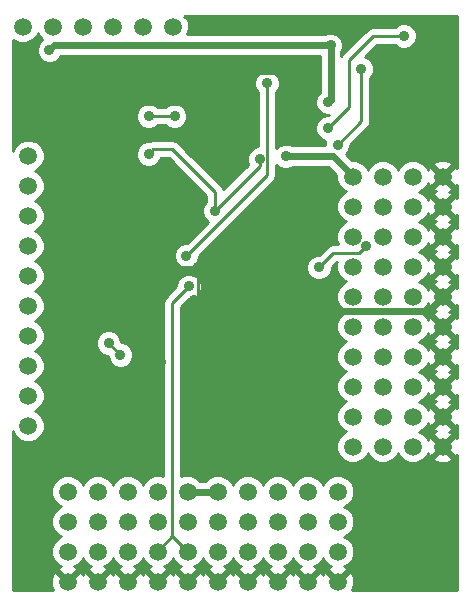
<source format=gbl>
G04 (created by PCBNEW (25-Oct-2014 BZR 4029)-stable) date Sun 04 Oct 2015 01:48:44 PM EDT*
%MOIN*%
G04 Gerber Fmt 3.4, Leading zero omitted, Abs format*
%FSLAX34Y34*%
G01*
G70*
G90*
G04 APERTURE LIST*
%ADD10C,0.00590551*%
%ADD11C,0.0590551*%
%ADD12C,0.035*%
%ADD13C,0.01*%
%ADD14C,0.0228346*%
G04 APERTURE END LIST*
G54D10*
G54D11*
X71500Y-40000D03*
X70500Y-40000D03*
X69500Y-40000D03*
X72500Y-40000D03*
X73500Y-40000D03*
X74500Y-40000D03*
X71000Y-56500D03*
X71000Y-55500D03*
X71000Y-57500D03*
X71000Y-58500D03*
X72000Y-56500D03*
X72000Y-55500D03*
X72000Y-57500D03*
X72000Y-58500D03*
X73000Y-56500D03*
X73000Y-55500D03*
X73000Y-57500D03*
X73000Y-58500D03*
X74000Y-56500D03*
X74000Y-55500D03*
X74000Y-57500D03*
X74000Y-58500D03*
X75000Y-56500D03*
X75000Y-55500D03*
X75000Y-57500D03*
X75000Y-58500D03*
X76000Y-56500D03*
X76000Y-55500D03*
X76000Y-57500D03*
X76000Y-58500D03*
X77000Y-56500D03*
X77000Y-55500D03*
X77000Y-57500D03*
X77000Y-58500D03*
X79000Y-56500D03*
X79000Y-55500D03*
X79000Y-57500D03*
X79000Y-58500D03*
X81500Y-46000D03*
X80500Y-46000D03*
X82500Y-46000D03*
X83500Y-46000D03*
X81500Y-47000D03*
X80500Y-47000D03*
X82500Y-47000D03*
X83500Y-47000D03*
X81500Y-45000D03*
X80500Y-45000D03*
X82500Y-45000D03*
X83500Y-45000D03*
X81500Y-48000D03*
X80500Y-48000D03*
X82500Y-48000D03*
X83500Y-48000D03*
X81500Y-49000D03*
X80500Y-49000D03*
X82500Y-49000D03*
X83500Y-49000D03*
X81500Y-50000D03*
X80500Y-50000D03*
X82500Y-50000D03*
X83500Y-50000D03*
X81500Y-51000D03*
X80500Y-51000D03*
X82500Y-51000D03*
X83500Y-51000D03*
X81500Y-52000D03*
X80500Y-52000D03*
X82500Y-52000D03*
X83500Y-52000D03*
X81500Y-53000D03*
X80500Y-53000D03*
X82500Y-53000D03*
X83500Y-53000D03*
X81500Y-54000D03*
X80500Y-54000D03*
X82500Y-54000D03*
X83500Y-54000D03*
X78000Y-56500D03*
X78000Y-55500D03*
X78000Y-57500D03*
X78000Y-58500D03*
X80000Y-56500D03*
X80000Y-55500D03*
X80000Y-57500D03*
X80000Y-58500D03*
X69685Y-49318D03*
X69685Y-50318D03*
X69685Y-51318D03*
X69685Y-52318D03*
X69685Y-53318D03*
X69685Y-48318D03*
X69685Y-47318D03*
X69685Y-46318D03*
X69685Y-45318D03*
X69685Y-44318D03*
G54D12*
X72362Y-50551D03*
X72755Y-50944D03*
X73700Y-44251D03*
X75905Y-46141D03*
X77401Y-44409D03*
X78267Y-44330D03*
X79685Y-42519D03*
X79763Y-40629D03*
X70393Y-40787D03*
X79527Y-50039D03*
X73700Y-49685D03*
X74094Y-51181D03*
X75196Y-49133D03*
X74251Y-48031D03*
X75354Y-48031D03*
X76692Y-43858D03*
X78976Y-41968D03*
X75354Y-42047D03*
X73622Y-41889D03*
X70551Y-42755D03*
X77637Y-41889D03*
X74960Y-47637D03*
X80944Y-47322D03*
X79370Y-48031D03*
X80787Y-41417D03*
X80000Y-43937D03*
X79685Y-43385D03*
X82204Y-40314D03*
X75039Y-48661D03*
X73700Y-42992D03*
X74566Y-42992D03*
G54D13*
X72755Y-50944D02*
X72362Y-50551D01*
X75905Y-45511D02*
X75905Y-46141D01*
X74488Y-44094D02*
X75905Y-45511D01*
X73858Y-44094D02*
X74488Y-44094D01*
X73700Y-44251D02*
X73858Y-44094D01*
X75905Y-46141D02*
X77401Y-44645D01*
X77401Y-44645D02*
X77401Y-44409D01*
G54D14*
X80500Y-44988D02*
X80500Y-45000D01*
X79842Y-44330D02*
X80500Y-44988D01*
X78267Y-44330D02*
X79842Y-44330D01*
X75000Y-55500D02*
X76000Y-55500D01*
X79763Y-40629D02*
X79763Y-42440D01*
X79763Y-42440D02*
X79685Y-42519D01*
X70551Y-40629D02*
X79763Y-40629D01*
X70393Y-40787D02*
X70551Y-40629D01*
X83011Y-49488D02*
X83500Y-49000D01*
X80078Y-49488D02*
X83011Y-49488D01*
X79527Y-50039D02*
X80078Y-49488D01*
G54D13*
X73700Y-50787D02*
X73700Y-49685D01*
X74094Y-51181D02*
X73700Y-50787D01*
X75354Y-48031D02*
X75354Y-48976D01*
X75354Y-48976D02*
X75196Y-49133D01*
X75354Y-48031D02*
X74251Y-48031D01*
G54D14*
X75354Y-42047D02*
X76692Y-43385D01*
X76692Y-43385D02*
X76692Y-43858D01*
X78503Y-41496D02*
X78976Y-41968D01*
X75905Y-41496D02*
X78503Y-41496D01*
X75354Y-42047D02*
X75354Y-42047D01*
X75354Y-42047D02*
X75905Y-41496D01*
X71417Y-41889D02*
X73622Y-41889D01*
X70551Y-42755D02*
X71417Y-41889D01*
G54D13*
X77637Y-44960D02*
X77637Y-41889D01*
X74960Y-47637D02*
X77637Y-44960D01*
X80708Y-47559D02*
X80944Y-47322D01*
X79842Y-47559D02*
X80708Y-47559D01*
X79370Y-48031D02*
X79842Y-47559D01*
X80787Y-43149D02*
X80787Y-41417D01*
X80000Y-43937D02*
X80787Y-43149D01*
X81181Y-40314D02*
X82204Y-40314D01*
X80393Y-41102D02*
X81181Y-40314D01*
X80393Y-42677D02*
X80393Y-41102D01*
X79685Y-43385D02*
X80393Y-42677D01*
X74000Y-57500D02*
X74000Y-57476D01*
X74000Y-57476D02*
X74488Y-56988D01*
X75039Y-48661D02*
X74488Y-49212D01*
X74488Y-49212D02*
X74488Y-56988D01*
X74488Y-56988D02*
X75000Y-57500D01*
X73700Y-42992D02*
X74566Y-42992D01*
G54D10*
G36*
X74576Y-40005D02*
X74505Y-40076D01*
X74500Y-40070D01*
X74494Y-40076D01*
X74423Y-40005D01*
X74429Y-40000D01*
X74423Y-39994D01*
X74494Y-39923D01*
X74500Y-39929D01*
X74505Y-39923D01*
X74576Y-39994D01*
X74570Y-40000D01*
X74576Y-40005D01*
X74576Y-40005D01*
G37*
G54D13*
X74576Y-40005D02*
X74505Y-40076D01*
X74500Y-40070D01*
X74494Y-40076D01*
X74423Y-40005D01*
X74429Y-40000D01*
X74423Y-39994D01*
X74494Y-39923D01*
X74500Y-39929D01*
X74505Y-39923D01*
X74576Y-39994D01*
X74570Y-40000D01*
X74576Y-40005D01*
G54D10*
G36*
X83982Y-58785D02*
X83811Y-58785D01*
X83811Y-54382D01*
X83500Y-54070D01*
X83188Y-54382D01*
X83214Y-54477D01*
X83419Y-54550D01*
X83636Y-54539D01*
X83785Y-54477D01*
X83811Y-54382D01*
X83811Y-58785D01*
X80475Y-58785D01*
X80477Y-58785D01*
X80550Y-58580D01*
X80545Y-58488D01*
X80545Y-57392D01*
X80462Y-57191D01*
X80309Y-57038D01*
X80217Y-57000D01*
X80308Y-56962D01*
X80461Y-56809D01*
X80545Y-56608D01*
X80545Y-56392D01*
X80462Y-56191D01*
X80309Y-56038D01*
X80217Y-56000D01*
X80308Y-55962D01*
X80461Y-55809D01*
X80545Y-55608D01*
X80545Y-55392D01*
X80462Y-55191D01*
X80309Y-55038D01*
X80108Y-54954D01*
X79892Y-54954D01*
X79691Y-55037D01*
X79538Y-55190D01*
X79500Y-55282D01*
X79462Y-55191D01*
X79309Y-55038D01*
X79108Y-54954D01*
X78892Y-54954D01*
X78691Y-55037D01*
X78538Y-55190D01*
X78500Y-55282D01*
X78462Y-55191D01*
X78309Y-55038D01*
X78108Y-54954D01*
X77892Y-54954D01*
X77691Y-55037D01*
X77538Y-55190D01*
X77500Y-55282D01*
X77462Y-55191D01*
X77309Y-55038D01*
X77108Y-54954D01*
X76892Y-54954D01*
X76691Y-55037D01*
X76538Y-55190D01*
X76500Y-55282D01*
X76462Y-55191D01*
X76309Y-55038D01*
X76108Y-54954D01*
X75892Y-54954D01*
X75691Y-55037D01*
X75592Y-55135D01*
X75406Y-55135D01*
X75309Y-55038D01*
X75108Y-54954D01*
X74892Y-54954D01*
X74788Y-54997D01*
X74788Y-49336D01*
X75038Y-49086D01*
X75123Y-49086D01*
X75279Y-49021D01*
X75399Y-48902D01*
X75464Y-48746D01*
X75464Y-48577D01*
X75399Y-48420D01*
X75280Y-48301D01*
X75124Y-48236D01*
X74955Y-48236D01*
X74798Y-48300D01*
X74679Y-48420D01*
X74614Y-48576D01*
X74614Y-48662D01*
X74276Y-49000D01*
X74211Y-49097D01*
X74188Y-49212D01*
X74188Y-54987D01*
X74108Y-54954D01*
X73892Y-54954D01*
X73691Y-55037D01*
X73538Y-55190D01*
X73500Y-55282D01*
X73462Y-55191D01*
X73309Y-55038D01*
X73180Y-54984D01*
X73180Y-50860D01*
X73116Y-50704D01*
X72996Y-50584D01*
X72840Y-50519D01*
X72787Y-50519D01*
X72787Y-50467D01*
X72722Y-50310D01*
X72603Y-50191D01*
X72447Y-50126D01*
X72278Y-50126D01*
X72121Y-50190D01*
X72002Y-50310D01*
X71937Y-50466D01*
X71937Y-50635D01*
X72001Y-50791D01*
X72121Y-50911D01*
X72277Y-50976D01*
X72330Y-50976D01*
X72330Y-51029D01*
X72395Y-51185D01*
X72514Y-51304D01*
X72670Y-51369D01*
X72840Y-51369D01*
X72996Y-51305D01*
X73115Y-51185D01*
X73180Y-51029D01*
X73180Y-50860D01*
X73180Y-54984D01*
X73108Y-54954D01*
X72892Y-54954D01*
X72691Y-55037D01*
X72538Y-55190D01*
X72500Y-55282D01*
X72462Y-55191D01*
X72309Y-55038D01*
X72108Y-54954D01*
X71892Y-54954D01*
X71691Y-55037D01*
X71538Y-55190D01*
X71500Y-55282D01*
X71462Y-55191D01*
X71309Y-55038D01*
X71108Y-54954D01*
X70892Y-54954D01*
X70691Y-55037D01*
X70538Y-55190D01*
X70454Y-55391D01*
X70454Y-55607D01*
X70537Y-55808D01*
X70690Y-55961D01*
X70782Y-55999D01*
X70691Y-56037D01*
X70538Y-56190D01*
X70454Y-56391D01*
X70454Y-56607D01*
X70537Y-56808D01*
X70690Y-56961D01*
X70782Y-56999D01*
X70691Y-57037D01*
X70538Y-57190D01*
X70454Y-57391D01*
X70454Y-57607D01*
X70537Y-57808D01*
X70690Y-57961D01*
X70775Y-57997D01*
X70714Y-58022D01*
X70688Y-58117D01*
X71000Y-58429D01*
X71311Y-58117D01*
X71285Y-58022D01*
X71219Y-57999D01*
X71308Y-57962D01*
X71461Y-57809D01*
X71499Y-57717D01*
X71537Y-57808D01*
X71690Y-57961D01*
X71775Y-57997D01*
X71714Y-58022D01*
X71688Y-58117D01*
X72000Y-58429D01*
X72311Y-58117D01*
X72285Y-58022D01*
X72219Y-57999D01*
X72308Y-57962D01*
X72461Y-57809D01*
X72499Y-57717D01*
X72537Y-57808D01*
X72690Y-57961D01*
X72775Y-57997D01*
X72714Y-58022D01*
X72688Y-58117D01*
X73000Y-58429D01*
X73311Y-58117D01*
X73285Y-58022D01*
X73219Y-57999D01*
X73308Y-57962D01*
X73461Y-57809D01*
X73499Y-57717D01*
X73537Y-57808D01*
X73690Y-57961D01*
X73775Y-57997D01*
X73714Y-58022D01*
X73688Y-58117D01*
X74000Y-58429D01*
X74311Y-58117D01*
X74285Y-58022D01*
X74219Y-57999D01*
X74308Y-57962D01*
X74461Y-57809D01*
X74499Y-57717D01*
X74537Y-57808D01*
X74690Y-57961D01*
X74775Y-57997D01*
X74714Y-58022D01*
X74688Y-58117D01*
X75000Y-58429D01*
X75311Y-58117D01*
X75285Y-58022D01*
X75219Y-57999D01*
X75308Y-57962D01*
X75461Y-57809D01*
X75499Y-57717D01*
X75537Y-57808D01*
X75690Y-57961D01*
X75775Y-57997D01*
X75714Y-58022D01*
X75688Y-58117D01*
X76000Y-58429D01*
X76311Y-58117D01*
X76285Y-58022D01*
X76219Y-57999D01*
X76308Y-57962D01*
X76461Y-57809D01*
X76499Y-57717D01*
X76537Y-57808D01*
X76690Y-57961D01*
X76775Y-57997D01*
X76714Y-58022D01*
X76688Y-58117D01*
X77000Y-58429D01*
X77311Y-58117D01*
X77285Y-58022D01*
X77219Y-57999D01*
X77308Y-57962D01*
X77461Y-57809D01*
X77499Y-57717D01*
X77537Y-57808D01*
X77690Y-57961D01*
X77775Y-57997D01*
X77714Y-58022D01*
X77688Y-58117D01*
X78000Y-58429D01*
X78311Y-58117D01*
X78285Y-58022D01*
X78219Y-57999D01*
X78308Y-57962D01*
X78461Y-57809D01*
X78499Y-57717D01*
X78537Y-57808D01*
X78690Y-57961D01*
X78775Y-57997D01*
X78714Y-58022D01*
X78688Y-58117D01*
X79000Y-58429D01*
X79311Y-58117D01*
X79285Y-58022D01*
X79219Y-57999D01*
X79308Y-57962D01*
X79461Y-57809D01*
X79499Y-57717D01*
X79537Y-57808D01*
X79690Y-57961D01*
X79775Y-57997D01*
X79714Y-58022D01*
X79688Y-58117D01*
X80000Y-58429D01*
X80311Y-58117D01*
X80285Y-58022D01*
X80219Y-57999D01*
X80308Y-57962D01*
X80461Y-57809D01*
X80545Y-57608D01*
X80545Y-57392D01*
X80545Y-58488D01*
X80539Y-58363D01*
X80477Y-58214D01*
X80382Y-58188D01*
X80070Y-58500D01*
X80076Y-58505D01*
X80005Y-58576D01*
X80000Y-58570D01*
X79994Y-58576D01*
X79923Y-58505D01*
X79929Y-58500D01*
X79617Y-58188D01*
X79522Y-58214D01*
X79501Y-58273D01*
X79477Y-58214D01*
X79382Y-58188D01*
X79070Y-58500D01*
X79076Y-58505D01*
X79005Y-58576D01*
X79000Y-58570D01*
X78994Y-58576D01*
X78923Y-58505D01*
X78929Y-58500D01*
X78617Y-58188D01*
X78522Y-58214D01*
X78501Y-58273D01*
X78477Y-58214D01*
X78382Y-58188D01*
X78070Y-58500D01*
X78076Y-58505D01*
X78005Y-58576D01*
X78000Y-58570D01*
X77994Y-58576D01*
X77923Y-58505D01*
X77929Y-58500D01*
X77617Y-58188D01*
X77522Y-58214D01*
X77501Y-58273D01*
X77477Y-58214D01*
X77382Y-58188D01*
X77070Y-58500D01*
X77076Y-58505D01*
X77005Y-58576D01*
X77000Y-58570D01*
X76994Y-58576D01*
X76923Y-58505D01*
X76929Y-58500D01*
X76617Y-58188D01*
X76522Y-58214D01*
X76501Y-58273D01*
X76477Y-58214D01*
X76382Y-58188D01*
X76070Y-58500D01*
X76076Y-58505D01*
X76005Y-58576D01*
X76000Y-58570D01*
X75994Y-58576D01*
X75923Y-58505D01*
X75929Y-58500D01*
X75617Y-58188D01*
X75522Y-58214D01*
X75501Y-58273D01*
X75477Y-58214D01*
X75382Y-58188D01*
X75070Y-58500D01*
X75076Y-58505D01*
X75005Y-58576D01*
X75000Y-58570D01*
X74994Y-58576D01*
X74923Y-58505D01*
X74929Y-58500D01*
X74617Y-58188D01*
X74522Y-58214D01*
X74501Y-58273D01*
X74477Y-58214D01*
X74382Y-58188D01*
X74070Y-58500D01*
X74076Y-58505D01*
X74005Y-58576D01*
X74000Y-58570D01*
X73994Y-58576D01*
X73923Y-58505D01*
X73929Y-58500D01*
X73617Y-58188D01*
X73522Y-58214D01*
X73501Y-58273D01*
X73477Y-58214D01*
X73382Y-58188D01*
X73070Y-58500D01*
X73076Y-58505D01*
X73005Y-58576D01*
X73000Y-58570D01*
X72994Y-58576D01*
X72923Y-58505D01*
X72929Y-58500D01*
X72617Y-58188D01*
X72522Y-58214D01*
X72501Y-58273D01*
X72477Y-58214D01*
X72382Y-58188D01*
X72070Y-58500D01*
X72076Y-58505D01*
X72005Y-58576D01*
X72000Y-58570D01*
X71994Y-58576D01*
X71923Y-58505D01*
X71929Y-58500D01*
X71617Y-58188D01*
X71522Y-58214D01*
X71501Y-58273D01*
X71477Y-58214D01*
X71382Y-58188D01*
X71070Y-58500D01*
X71076Y-58505D01*
X71005Y-58576D01*
X71000Y-58570D01*
X70994Y-58576D01*
X70923Y-58505D01*
X70929Y-58500D01*
X70617Y-58188D01*
X70522Y-58214D01*
X70449Y-58419D01*
X70460Y-58636D01*
X70522Y-58785D01*
X70524Y-58785D01*
X69167Y-58785D01*
X69167Y-53493D01*
X69222Y-53627D01*
X69375Y-53780D01*
X69576Y-53864D01*
X69793Y-53864D01*
X69993Y-53781D01*
X70147Y-53628D01*
X70230Y-53427D01*
X70230Y-53210D01*
X70147Y-53010D01*
X69994Y-52856D01*
X69902Y-52818D01*
X69993Y-52781D01*
X70147Y-52628D01*
X70230Y-52427D01*
X70230Y-52210D01*
X70147Y-52010D01*
X69994Y-51856D01*
X69902Y-51818D01*
X69993Y-51781D01*
X70147Y-51628D01*
X70230Y-51427D01*
X70230Y-51210D01*
X70147Y-51010D01*
X69994Y-50856D01*
X69902Y-50818D01*
X69993Y-50781D01*
X70147Y-50628D01*
X70230Y-50427D01*
X70230Y-50210D01*
X70147Y-50010D01*
X69994Y-49856D01*
X69902Y-49818D01*
X69993Y-49781D01*
X70147Y-49628D01*
X70230Y-49427D01*
X70230Y-49210D01*
X70147Y-49010D01*
X69994Y-48856D01*
X69902Y-48818D01*
X69993Y-48781D01*
X70147Y-48628D01*
X70230Y-48427D01*
X70230Y-48210D01*
X70147Y-48010D01*
X69994Y-47856D01*
X69902Y-47818D01*
X69993Y-47781D01*
X70147Y-47628D01*
X70230Y-47427D01*
X70230Y-47210D01*
X70147Y-47010D01*
X69994Y-46856D01*
X69902Y-46818D01*
X69993Y-46781D01*
X70147Y-46628D01*
X70230Y-46427D01*
X70230Y-46210D01*
X70147Y-46010D01*
X69994Y-45856D01*
X69902Y-45818D01*
X69993Y-45781D01*
X70147Y-45628D01*
X70230Y-45427D01*
X70230Y-45210D01*
X70147Y-45010D01*
X69994Y-44856D01*
X69902Y-44818D01*
X69993Y-44781D01*
X70147Y-44628D01*
X70230Y-44427D01*
X70230Y-44210D01*
X70147Y-44010D01*
X69994Y-43856D01*
X69793Y-43773D01*
X69577Y-43773D01*
X69376Y-43856D01*
X69223Y-44009D01*
X69167Y-44143D01*
X69167Y-40438D01*
X69190Y-40461D01*
X69391Y-40545D01*
X69607Y-40545D01*
X69808Y-40462D01*
X69961Y-40309D01*
X69999Y-40217D01*
X70037Y-40308D01*
X70154Y-40426D01*
X70153Y-40426D01*
X70033Y-40546D01*
X69968Y-40702D01*
X69968Y-40871D01*
X70033Y-41027D01*
X70152Y-41147D01*
X70308Y-41212D01*
X70477Y-41212D01*
X70634Y-41147D01*
X70753Y-41028D01*
X70768Y-40994D01*
X79399Y-40994D01*
X79399Y-42204D01*
X79324Y-42278D01*
X79260Y-42434D01*
X79259Y-42603D01*
X79324Y-42760D01*
X79443Y-42879D01*
X79600Y-42944D01*
X79701Y-42944D01*
X79685Y-42960D01*
X79600Y-42960D01*
X79444Y-43025D01*
X79324Y-43144D01*
X79260Y-43300D01*
X79259Y-43469D01*
X79324Y-43626D01*
X79443Y-43745D01*
X79593Y-43807D01*
X79575Y-43852D01*
X79574Y-43966D01*
X78498Y-43966D01*
X78352Y-43905D01*
X78183Y-43905D01*
X78027Y-43970D01*
X77937Y-44059D01*
X77937Y-42190D01*
X77997Y-42130D01*
X78062Y-41974D01*
X78062Y-41805D01*
X77998Y-41649D01*
X77878Y-41529D01*
X77722Y-41464D01*
X77553Y-41464D01*
X77397Y-41529D01*
X77277Y-41648D01*
X77212Y-41804D01*
X77212Y-41973D01*
X77277Y-42130D01*
X77337Y-42190D01*
X77337Y-43984D01*
X77317Y-43984D01*
X77161Y-44048D01*
X77041Y-44168D01*
X76976Y-44324D01*
X76976Y-44493D01*
X77021Y-44601D01*
X76189Y-45433D01*
X76182Y-45397D01*
X76117Y-45299D01*
X76117Y-45299D01*
X74992Y-44174D01*
X74992Y-42907D01*
X74927Y-42751D01*
X74807Y-42632D01*
X74651Y-42567D01*
X74482Y-42567D01*
X74326Y-42631D01*
X74265Y-42692D01*
X74001Y-42692D01*
X73941Y-42632D01*
X73785Y-42567D01*
X73616Y-42567D01*
X73460Y-42631D01*
X73340Y-42751D01*
X73275Y-42907D01*
X73275Y-43076D01*
X73340Y-43232D01*
X73459Y-43352D01*
X73615Y-43417D01*
X73784Y-43417D01*
X73941Y-43352D01*
X74001Y-43292D01*
X74265Y-43292D01*
X74325Y-43352D01*
X74482Y-43417D01*
X74651Y-43417D01*
X74807Y-43352D01*
X74927Y-43233D01*
X74991Y-43077D01*
X74992Y-42907D01*
X74992Y-44174D01*
X74700Y-43882D01*
X74602Y-43817D01*
X74488Y-43794D01*
X73858Y-43794D01*
X73743Y-43817D01*
X73728Y-43826D01*
X73728Y-43826D01*
X73616Y-43826D01*
X73460Y-43891D01*
X73340Y-44010D01*
X73275Y-44167D01*
X73275Y-44336D01*
X73340Y-44492D01*
X73459Y-44612D01*
X73615Y-44676D01*
X73784Y-44677D01*
X73941Y-44612D01*
X74060Y-44493D01*
X74101Y-44394D01*
X74363Y-44394D01*
X75605Y-45636D01*
X75605Y-45840D01*
X75545Y-45900D01*
X75480Y-46056D01*
X75480Y-46225D01*
X75545Y-46382D01*
X75664Y-46501D01*
X75670Y-46504D01*
X74961Y-47212D01*
X74876Y-47212D01*
X74720Y-47277D01*
X74600Y-47396D01*
X74535Y-47552D01*
X74535Y-47721D01*
X74600Y-47878D01*
X74719Y-47997D01*
X74875Y-48062D01*
X75044Y-48062D01*
X75201Y-47998D01*
X75320Y-47878D01*
X75385Y-47722D01*
X75385Y-47637D01*
X77849Y-45172D01*
X77849Y-45172D01*
X77914Y-45075D01*
X77937Y-44960D01*
X77937Y-44960D01*
X77937Y-44601D01*
X78026Y-44690D01*
X78182Y-44755D01*
X78351Y-44755D01*
X78499Y-44694D01*
X79691Y-44694D01*
X79954Y-44957D01*
X79954Y-45107D01*
X80037Y-45308D01*
X80190Y-45461D01*
X80282Y-45499D01*
X80191Y-45537D01*
X80038Y-45690D01*
X79954Y-45891D01*
X79954Y-46107D01*
X80037Y-46308D01*
X80190Y-46461D01*
X80282Y-46499D01*
X80191Y-46537D01*
X80038Y-46690D01*
X79954Y-46891D01*
X79954Y-47107D01*
X80017Y-47259D01*
X79842Y-47259D01*
X79727Y-47281D01*
X79630Y-47346D01*
X79370Y-47606D01*
X79285Y-47606D01*
X79129Y-47670D01*
X79009Y-47790D01*
X78945Y-47946D01*
X78945Y-48115D01*
X79009Y-48271D01*
X79129Y-48391D01*
X79285Y-48456D01*
X79454Y-48456D01*
X79610Y-48392D01*
X79730Y-48272D01*
X79795Y-48116D01*
X79795Y-48030D01*
X79966Y-47859D01*
X79968Y-47859D01*
X79954Y-47891D01*
X79954Y-48107D01*
X80037Y-48308D01*
X80190Y-48461D01*
X80282Y-48499D01*
X80191Y-48537D01*
X80038Y-48690D01*
X79954Y-48891D01*
X79954Y-49107D01*
X80037Y-49308D01*
X80190Y-49461D01*
X80282Y-49499D01*
X80191Y-49537D01*
X80038Y-49690D01*
X79954Y-49891D01*
X79954Y-50107D01*
X80037Y-50308D01*
X80190Y-50461D01*
X80282Y-50499D01*
X80191Y-50537D01*
X80038Y-50690D01*
X79954Y-50891D01*
X79954Y-51107D01*
X80037Y-51308D01*
X80190Y-51461D01*
X80282Y-51499D01*
X80191Y-51537D01*
X80038Y-51690D01*
X79954Y-51891D01*
X79954Y-52107D01*
X80037Y-52308D01*
X80190Y-52461D01*
X80282Y-52499D01*
X80191Y-52537D01*
X80038Y-52690D01*
X79954Y-52891D01*
X79954Y-53107D01*
X80037Y-53308D01*
X80190Y-53461D01*
X80282Y-53499D01*
X80191Y-53537D01*
X80038Y-53690D01*
X79954Y-53891D01*
X79954Y-54107D01*
X80037Y-54308D01*
X80190Y-54461D01*
X80391Y-54545D01*
X80607Y-54545D01*
X80808Y-54462D01*
X80961Y-54309D01*
X80999Y-54217D01*
X81037Y-54308D01*
X81190Y-54461D01*
X81391Y-54545D01*
X81607Y-54545D01*
X81808Y-54462D01*
X81961Y-54309D01*
X81999Y-54217D01*
X82037Y-54308D01*
X82190Y-54461D01*
X82391Y-54545D01*
X82607Y-54545D01*
X82808Y-54462D01*
X82961Y-54309D01*
X82997Y-54224D01*
X83022Y-54285D01*
X83117Y-54311D01*
X83429Y-54000D01*
X83117Y-53688D01*
X83022Y-53714D01*
X82999Y-53780D01*
X82962Y-53691D01*
X82809Y-53538D01*
X82717Y-53500D01*
X82808Y-53462D01*
X82961Y-53309D01*
X82997Y-53224D01*
X83022Y-53285D01*
X83117Y-53311D01*
X83429Y-53000D01*
X83117Y-52688D01*
X83022Y-52714D01*
X82999Y-52780D01*
X82962Y-52691D01*
X82809Y-52538D01*
X82717Y-52500D01*
X82808Y-52462D01*
X82961Y-52309D01*
X82997Y-52224D01*
X83022Y-52285D01*
X83117Y-52311D01*
X83429Y-52000D01*
X83117Y-51688D01*
X83022Y-51714D01*
X82999Y-51780D01*
X82962Y-51691D01*
X82809Y-51538D01*
X82717Y-51500D01*
X82808Y-51462D01*
X82961Y-51309D01*
X82997Y-51224D01*
X83022Y-51285D01*
X83117Y-51311D01*
X83429Y-51000D01*
X83117Y-50688D01*
X83022Y-50714D01*
X82999Y-50780D01*
X82962Y-50691D01*
X82809Y-50538D01*
X82717Y-50500D01*
X82808Y-50462D01*
X82961Y-50309D01*
X82997Y-50224D01*
X83022Y-50285D01*
X83117Y-50311D01*
X83429Y-50000D01*
X83117Y-49688D01*
X83022Y-49714D01*
X82999Y-49780D01*
X82962Y-49691D01*
X82809Y-49538D01*
X82717Y-49500D01*
X82808Y-49462D01*
X82961Y-49309D01*
X82997Y-49224D01*
X83022Y-49285D01*
X83117Y-49311D01*
X83429Y-49000D01*
X83117Y-48688D01*
X83022Y-48714D01*
X82999Y-48780D01*
X82962Y-48691D01*
X82809Y-48538D01*
X82717Y-48500D01*
X82808Y-48462D01*
X82961Y-48309D01*
X82997Y-48224D01*
X83022Y-48285D01*
X83117Y-48311D01*
X83429Y-48000D01*
X83117Y-47688D01*
X83022Y-47714D01*
X82999Y-47780D01*
X82962Y-47691D01*
X82809Y-47538D01*
X82717Y-47500D01*
X82808Y-47462D01*
X82961Y-47309D01*
X82997Y-47224D01*
X83022Y-47285D01*
X83117Y-47311D01*
X83429Y-47000D01*
X83117Y-46688D01*
X83022Y-46714D01*
X82999Y-46780D01*
X82962Y-46691D01*
X82809Y-46538D01*
X82717Y-46500D01*
X82808Y-46462D01*
X82961Y-46309D01*
X82997Y-46224D01*
X83022Y-46285D01*
X83117Y-46311D01*
X83429Y-46000D01*
X83117Y-45688D01*
X83022Y-45714D01*
X82999Y-45780D01*
X82962Y-45691D01*
X82809Y-45538D01*
X82717Y-45500D01*
X82808Y-45462D01*
X82961Y-45309D01*
X82997Y-45224D01*
X83022Y-45285D01*
X83117Y-45311D01*
X83429Y-45000D01*
X83117Y-44688D01*
X83022Y-44714D01*
X82999Y-44780D01*
X82962Y-44691D01*
X82809Y-44538D01*
X82608Y-44454D01*
X82392Y-44454D01*
X82191Y-44537D01*
X82038Y-44690D01*
X82000Y-44782D01*
X81962Y-44691D01*
X81809Y-44538D01*
X81608Y-44454D01*
X81392Y-44454D01*
X81191Y-44537D01*
X81038Y-44690D01*
X81000Y-44782D01*
X80962Y-44691D01*
X80809Y-44538D01*
X80608Y-44454D01*
X80481Y-44454D01*
X80282Y-44255D01*
X80360Y-44178D01*
X80424Y-44021D01*
X80425Y-43936D01*
X80999Y-43361D01*
X81064Y-43264D01*
X81087Y-43149D01*
X81087Y-43149D01*
X81087Y-41718D01*
X81147Y-41658D01*
X81212Y-41502D01*
X81212Y-41333D01*
X81147Y-41176D01*
X81028Y-41057D01*
X80911Y-41008D01*
X81305Y-40614D01*
X81903Y-40614D01*
X81963Y-40675D01*
X82119Y-40739D01*
X82288Y-40740D01*
X82445Y-40675D01*
X82564Y-40556D01*
X82629Y-40399D01*
X82629Y-40230D01*
X82565Y-40074D01*
X82445Y-39954D01*
X82289Y-39890D01*
X82120Y-39889D01*
X81964Y-39954D01*
X81903Y-40014D01*
X81181Y-40014D01*
X81066Y-40037D01*
X80968Y-40102D01*
X80181Y-40890D01*
X80127Y-40970D01*
X80127Y-40861D01*
X80188Y-40714D01*
X80188Y-40545D01*
X80124Y-40389D01*
X80004Y-40269D01*
X79848Y-40204D01*
X79679Y-40204D01*
X79532Y-40265D01*
X74984Y-40265D01*
X75050Y-40080D01*
X75039Y-39863D01*
X74977Y-39714D01*
X74882Y-39688D01*
X74927Y-39642D01*
X74924Y-39639D01*
X83982Y-39639D01*
X83982Y-44726D01*
X83977Y-44714D01*
X83882Y-44688D01*
X83811Y-44758D01*
X83811Y-44617D01*
X83785Y-44522D01*
X83580Y-44449D01*
X83363Y-44460D01*
X83214Y-44522D01*
X83188Y-44617D01*
X83500Y-44929D01*
X83811Y-44617D01*
X83811Y-44758D01*
X83570Y-45000D01*
X83882Y-45311D01*
X83977Y-45285D01*
X83982Y-45271D01*
X83982Y-45726D01*
X83977Y-45714D01*
X83882Y-45688D01*
X83811Y-45758D01*
X83811Y-45617D01*
X83785Y-45522D01*
X83726Y-45501D01*
X83785Y-45477D01*
X83811Y-45382D01*
X83500Y-45070D01*
X83188Y-45382D01*
X83214Y-45477D01*
X83273Y-45498D01*
X83214Y-45522D01*
X83188Y-45617D01*
X83500Y-45929D01*
X83811Y-45617D01*
X83811Y-45758D01*
X83570Y-46000D01*
X83882Y-46311D01*
X83977Y-46285D01*
X83982Y-46271D01*
X83982Y-46726D01*
X83977Y-46714D01*
X83882Y-46688D01*
X83811Y-46758D01*
X83811Y-46617D01*
X83785Y-46522D01*
X83726Y-46501D01*
X83785Y-46477D01*
X83811Y-46382D01*
X83500Y-46070D01*
X83188Y-46382D01*
X83214Y-46477D01*
X83273Y-46498D01*
X83214Y-46522D01*
X83188Y-46617D01*
X83500Y-46929D01*
X83811Y-46617D01*
X83811Y-46758D01*
X83570Y-47000D01*
X83882Y-47311D01*
X83977Y-47285D01*
X83982Y-47271D01*
X83982Y-47726D01*
X83977Y-47714D01*
X83882Y-47688D01*
X83811Y-47758D01*
X83811Y-47617D01*
X83785Y-47522D01*
X83726Y-47501D01*
X83785Y-47477D01*
X83811Y-47382D01*
X83500Y-47070D01*
X83188Y-47382D01*
X83214Y-47477D01*
X83273Y-47498D01*
X83214Y-47522D01*
X83188Y-47617D01*
X83500Y-47929D01*
X83811Y-47617D01*
X83811Y-47758D01*
X83570Y-48000D01*
X83882Y-48311D01*
X83977Y-48285D01*
X83982Y-48271D01*
X83982Y-48726D01*
X83977Y-48714D01*
X83882Y-48688D01*
X83811Y-48758D01*
X83811Y-48617D01*
X83785Y-48522D01*
X83726Y-48501D01*
X83785Y-48477D01*
X83811Y-48382D01*
X83500Y-48070D01*
X83188Y-48382D01*
X83214Y-48477D01*
X83273Y-48498D01*
X83214Y-48522D01*
X83188Y-48617D01*
X83500Y-48929D01*
X83811Y-48617D01*
X83811Y-48758D01*
X83570Y-49000D01*
X83882Y-49311D01*
X83977Y-49285D01*
X83982Y-49271D01*
X83982Y-49726D01*
X83977Y-49714D01*
X83882Y-49688D01*
X83811Y-49758D01*
X83811Y-49617D01*
X83785Y-49522D01*
X83726Y-49501D01*
X83785Y-49477D01*
X83811Y-49382D01*
X83500Y-49070D01*
X83188Y-49382D01*
X83214Y-49477D01*
X83273Y-49498D01*
X83214Y-49522D01*
X83188Y-49617D01*
X83500Y-49929D01*
X83811Y-49617D01*
X83811Y-49758D01*
X83570Y-50000D01*
X83882Y-50311D01*
X83977Y-50285D01*
X83982Y-50271D01*
X83982Y-50726D01*
X83977Y-50714D01*
X83882Y-50688D01*
X83811Y-50758D01*
X83811Y-50617D01*
X83785Y-50522D01*
X83726Y-50501D01*
X83785Y-50477D01*
X83811Y-50382D01*
X83500Y-50070D01*
X83188Y-50382D01*
X83214Y-50477D01*
X83273Y-50498D01*
X83214Y-50522D01*
X83188Y-50617D01*
X83500Y-50929D01*
X83811Y-50617D01*
X83811Y-50758D01*
X83570Y-51000D01*
X83882Y-51311D01*
X83977Y-51285D01*
X83982Y-51271D01*
X83982Y-51726D01*
X83977Y-51714D01*
X83882Y-51688D01*
X83811Y-51758D01*
X83811Y-51617D01*
X83785Y-51522D01*
X83726Y-51501D01*
X83785Y-51477D01*
X83811Y-51382D01*
X83500Y-51070D01*
X83188Y-51382D01*
X83214Y-51477D01*
X83273Y-51498D01*
X83214Y-51522D01*
X83188Y-51617D01*
X83500Y-51929D01*
X83811Y-51617D01*
X83811Y-51758D01*
X83570Y-52000D01*
X83882Y-52311D01*
X83977Y-52285D01*
X83982Y-52271D01*
X83982Y-52726D01*
X83977Y-52714D01*
X83882Y-52688D01*
X83811Y-52758D01*
X83811Y-52617D01*
X83785Y-52522D01*
X83726Y-52501D01*
X83785Y-52477D01*
X83811Y-52382D01*
X83500Y-52070D01*
X83188Y-52382D01*
X83214Y-52477D01*
X83273Y-52498D01*
X83214Y-52522D01*
X83188Y-52617D01*
X83500Y-52929D01*
X83811Y-52617D01*
X83811Y-52758D01*
X83570Y-53000D01*
X83882Y-53311D01*
X83977Y-53285D01*
X83982Y-53271D01*
X83982Y-53726D01*
X83977Y-53714D01*
X83882Y-53688D01*
X83811Y-53758D01*
X83811Y-53617D01*
X83785Y-53522D01*
X83726Y-53501D01*
X83785Y-53477D01*
X83811Y-53382D01*
X83500Y-53070D01*
X83188Y-53382D01*
X83214Y-53477D01*
X83273Y-53498D01*
X83214Y-53522D01*
X83188Y-53617D01*
X83500Y-53929D01*
X83811Y-53617D01*
X83811Y-53758D01*
X83570Y-54000D01*
X83882Y-54311D01*
X83977Y-54285D01*
X83982Y-54271D01*
X83982Y-58785D01*
X83982Y-58785D01*
G37*
G54D13*
X83982Y-58785D02*
X83811Y-58785D01*
X83811Y-54382D01*
X83500Y-54070D01*
X83188Y-54382D01*
X83214Y-54477D01*
X83419Y-54550D01*
X83636Y-54539D01*
X83785Y-54477D01*
X83811Y-54382D01*
X83811Y-58785D01*
X80475Y-58785D01*
X80477Y-58785D01*
X80550Y-58580D01*
X80545Y-58488D01*
X80545Y-57392D01*
X80462Y-57191D01*
X80309Y-57038D01*
X80217Y-57000D01*
X80308Y-56962D01*
X80461Y-56809D01*
X80545Y-56608D01*
X80545Y-56392D01*
X80462Y-56191D01*
X80309Y-56038D01*
X80217Y-56000D01*
X80308Y-55962D01*
X80461Y-55809D01*
X80545Y-55608D01*
X80545Y-55392D01*
X80462Y-55191D01*
X80309Y-55038D01*
X80108Y-54954D01*
X79892Y-54954D01*
X79691Y-55037D01*
X79538Y-55190D01*
X79500Y-55282D01*
X79462Y-55191D01*
X79309Y-55038D01*
X79108Y-54954D01*
X78892Y-54954D01*
X78691Y-55037D01*
X78538Y-55190D01*
X78500Y-55282D01*
X78462Y-55191D01*
X78309Y-55038D01*
X78108Y-54954D01*
X77892Y-54954D01*
X77691Y-55037D01*
X77538Y-55190D01*
X77500Y-55282D01*
X77462Y-55191D01*
X77309Y-55038D01*
X77108Y-54954D01*
X76892Y-54954D01*
X76691Y-55037D01*
X76538Y-55190D01*
X76500Y-55282D01*
X76462Y-55191D01*
X76309Y-55038D01*
X76108Y-54954D01*
X75892Y-54954D01*
X75691Y-55037D01*
X75592Y-55135D01*
X75406Y-55135D01*
X75309Y-55038D01*
X75108Y-54954D01*
X74892Y-54954D01*
X74788Y-54997D01*
X74788Y-49336D01*
X75038Y-49086D01*
X75123Y-49086D01*
X75279Y-49021D01*
X75399Y-48902D01*
X75464Y-48746D01*
X75464Y-48577D01*
X75399Y-48420D01*
X75280Y-48301D01*
X75124Y-48236D01*
X74955Y-48236D01*
X74798Y-48300D01*
X74679Y-48420D01*
X74614Y-48576D01*
X74614Y-48662D01*
X74276Y-49000D01*
X74211Y-49097D01*
X74188Y-49212D01*
X74188Y-54987D01*
X74108Y-54954D01*
X73892Y-54954D01*
X73691Y-55037D01*
X73538Y-55190D01*
X73500Y-55282D01*
X73462Y-55191D01*
X73309Y-55038D01*
X73180Y-54984D01*
X73180Y-50860D01*
X73116Y-50704D01*
X72996Y-50584D01*
X72840Y-50519D01*
X72787Y-50519D01*
X72787Y-50467D01*
X72722Y-50310D01*
X72603Y-50191D01*
X72447Y-50126D01*
X72278Y-50126D01*
X72121Y-50190D01*
X72002Y-50310D01*
X71937Y-50466D01*
X71937Y-50635D01*
X72001Y-50791D01*
X72121Y-50911D01*
X72277Y-50976D01*
X72330Y-50976D01*
X72330Y-51029D01*
X72395Y-51185D01*
X72514Y-51304D01*
X72670Y-51369D01*
X72840Y-51369D01*
X72996Y-51305D01*
X73115Y-51185D01*
X73180Y-51029D01*
X73180Y-50860D01*
X73180Y-54984D01*
X73108Y-54954D01*
X72892Y-54954D01*
X72691Y-55037D01*
X72538Y-55190D01*
X72500Y-55282D01*
X72462Y-55191D01*
X72309Y-55038D01*
X72108Y-54954D01*
X71892Y-54954D01*
X71691Y-55037D01*
X71538Y-55190D01*
X71500Y-55282D01*
X71462Y-55191D01*
X71309Y-55038D01*
X71108Y-54954D01*
X70892Y-54954D01*
X70691Y-55037D01*
X70538Y-55190D01*
X70454Y-55391D01*
X70454Y-55607D01*
X70537Y-55808D01*
X70690Y-55961D01*
X70782Y-55999D01*
X70691Y-56037D01*
X70538Y-56190D01*
X70454Y-56391D01*
X70454Y-56607D01*
X70537Y-56808D01*
X70690Y-56961D01*
X70782Y-56999D01*
X70691Y-57037D01*
X70538Y-57190D01*
X70454Y-57391D01*
X70454Y-57607D01*
X70537Y-57808D01*
X70690Y-57961D01*
X70775Y-57997D01*
X70714Y-58022D01*
X70688Y-58117D01*
X71000Y-58429D01*
X71311Y-58117D01*
X71285Y-58022D01*
X71219Y-57999D01*
X71308Y-57962D01*
X71461Y-57809D01*
X71499Y-57717D01*
X71537Y-57808D01*
X71690Y-57961D01*
X71775Y-57997D01*
X71714Y-58022D01*
X71688Y-58117D01*
X72000Y-58429D01*
X72311Y-58117D01*
X72285Y-58022D01*
X72219Y-57999D01*
X72308Y-57962D01*
X72461Y-57809D01*
X72499Y-57717D01*
X72537Y-57808D01*
X72690Y-57961D01*
X72775Y-57997D01*
X72714Y-58022D01*
X72688Y-58117D01*
X73000Y-58429D01*
X73311Y-58117D01*
X73285Y-58022D01*
X73219Y-57999D01*
X73308Y-57962D01*
X73461Y-57809D01*
X73499Y-57717D01*
X73537Y-57808D01*
X73690Y-57961D01*
X73775Y-57997D01*
X73714Y-58022D01*
X73688Y-58117D01*
X74000Y-58429D01*
X74311Y-58117D01*
X74285Y-58022D01*
X74219Y-57999D01*
X74308Y-57962D01*
X74461Y-57809D01*
X74499Y-57717D01*
X74537Y-57808D01*
X74690Y-57961D01*
X74775Y-57997D01*
X74714Y-58022D01*
X74688Y-58117D01*
X75000Y-58429D01*
X75311Y-58117D01*
X75285Y-58022D01*
X75219Y-57999D01*
X75308Y-57962D01*
X75461Y-57809D01*
X75499Y-57717D01*
X75537Y-57808D01*
X75690Y-57961D01*
X75775Y-57997D01*
X75714Y-58022D01*
X75688Y-58117D01*
X76000Y-58429D01*
X76311Y-58117D01*
X76285Y-58022D01*
X76219Y-57999D01*
X76308Y-57962D01*
X76461Y-57809D01*
X76499Y-57717D01*
X76537Y-57808D01*
X76690Y-57961D01*
X76775Y-57997D01*
X76714Y-58022D01*
X76688Y-58117D01*
X77000Y-58429D01*
X77311Y-58117D01*
X77285Y-58022D01*
X77219Y-57999D01*
X77308Y-57962D01*
X77461Y-57809D01*
X77499Y-57717D01*
X77537Y-57808D01*
X77690Y-57961D01*
X77775Y-57997D01*
X77714Y-58022D01*
X77688Y-58117D01*
X78000Y-58429D01*
X78311Y-58117D01*
X78285Y-58022D01*
X78219Y-57999D01*
X78308Y-57962D01*
X78461Y-57809D01*
X78499Y-57717D01*
X78537Y-57808D01*
X78690Y-57961D01*
X78775Y-57997D01*
X78714Y-58022D01*
X78688Y-58117D01*
X79000Y-58429D01*
X79311Y-58117D01*
X79285Y-58022D01*
X79219Y-57999D01*
X79308Y-57962D01*
X79461Y-57809D01*
X79499Y-57717D01*
X79537Y-57808D01*
X79690Y-57961D01*
X79775Y-57997D01*
X79714Y-58022D01*
X79688Y-58117D01*
X80000Y-58429D01*
X80311Y-58117D01*
X80285Y-58022D01*
X80219Y-57999D01*
X80308Y-57962D01*
X80461Y-57809D01*
X80545Y-57608D01*
X80545Y-57392D01*
X80545Y-58488D01*
X80539Y-58363D01*
X80477Y-58214D01*
X80382Y-58188D01*
X80070Y-58500D01*
X80076Y-58505D01*
X80005Y-58576D01*
X80000Y-58570D01*
X79994Y-58576D01*
X79923Y-58505D01*
X79929Y-58500D01*
X79617Y-58188D01*
X79522Y-58214D01*
X79501Y-58273D01*
X79477Y-58214D01*
X79382Y-58188D01*
X79070Y-58500D01*
X79076Y-58505D01*
X79005Y-58576D01*
X79000Y-58570D01*
X78994Y-58576D01*
X78923Y-58505D01*
X78929Y-58500D01*
X78617Y-58188D01*
X78522Y-58214D01*
X78501Y-58273D01*
X78477Y-58214D01*
X78382Y-58188D01*
X78070Y-58500D01*
X78076Y-58505D01*
X78005Y-58576D01*
X78000Y-58570D01*
X77994Y-58576D01*
X77923Y-58505D01*
X77929Y-58500D01*
X77617Y-58188D01*
X77522Y-58214D01*
X77501Y-58273D01*
X77477Y-58214D01*
X77382Y-58188D01*
X77070Y-58500D01*
X77076Y-58505D01*
X77005Y-58576D01*
X77000Y-58570D01*
X76994Y-58576D01*
X76923Y-58505D01*
X76929Y-58500D01*
X76617Y-58188D01*
X76522Y-58214D01*
X76501Y-58273D01*
X76477Y-58214D01*
X76382Y-58188D01*
X76070Y-58500D01*
X76076Y-58505D01*
X76005Y-58576D01*
X76000Y-58570D01*
X75994Y-58576D01*
X75923Y-58505D01*
X75929Y-58500D01*
X75617Y-58188D01*
X75522Y-58214D01*
X75501Y-58273D01*
X75477Y-58214D01*
X75382Y-58188D01*
X75070Y-58500D01*
X75076Y-58505D01*
X75005Y-58576D01*
X75000Y-58570D01*
X74994Y-58576D01*
X74923Y-58505D01*
X74929Y-58500D01*
X74617Y-58188D01*
X74522Y-58214D01*
X74501Y-58273D01*
X74477Y-58214D01*
X74382Y-58188D01*
X74070Y-58500D01*
X74076Y-58505D01*
X74005Y-58576D01*
X74000Y-58570D01*
X73994Y-58576D01*
X73923Y-58505D01*
X73929Y-58500D01*
X73617Y-58188D01*
X73522Y-58214D01*
X73501Y-58273D01*
X73477Y-58214D01*
X73382Y-58188D01*
X73070Y-58500D01*
X73076Y-58505D01*
X73005Y-58576D01*
X73000Y-58570D01*
X72994Y-58576D01*
X72923Y-58505D01*
X72929Y-58500D01*
X72617Y-58188D01*
X72522Y-58214D01*
X72501Y-58273D01*
X72477Y-58214D01*
X72382Y-58188D01*
X72070Y-58500D01*
X72076Y-58505D01*
X72005Y-58576D01*
X72000Y-58570D01*
X71994Y-58576D01*
X71923Y-58505D01*
X71929Y-58500D01*
X71617Y-58188D01*
X71522Y-58214D01*
X71501Y-58273D01*
X71477Y-58214D01*
X71382Y-58188D01*
X71070Y-58500D01*
X71076Y-58505D01*
X71005Y-58576D01*
X71000Y-58570D01*
X70994Y-58576D01*
X70923Y-58505D01*
X70929Y-58500D01*
X70617Y-58188D01*
X70522Y-58214D01*
X70449Y-58419D01*
X70460Y-58636D01*
X70522Y-58785D01*
X70524Y-58785D01*
X69167Y-58785D01*
X69167Y-53493D01*
X69222Y-53627D01*
X69375Y-53780D01*
X69576Y-53864D01*
X69793Y-53864D01*
X69993Y-53781D01*
X70147Y-53628D01*
X70230Y-53427D01*
X70230Y-53210D01*
X70147Y-53010D01*
X69994Y-52856D01*
X69902Y-52818D01*
X69993Y-52781D01*
X70147Y-52628D01*
X70230Y-52427D01*
X70230Y-52210D01*
X70147Y-52010D01*
X69994Y-51856D01*
X69902Y-51818D01*
X69993Y-51781D01*
X70147Y-51628D01*
X70230Y-51427D01*
X70230Y-51210D01*
X70147Y-51010D01*
X69994Y-50856D01*
X69902Y-50818D01*
X69993Y-50781D01*
X70147Y-50628D01*
X70230Y-50427D01*
X70230Y-50210D01*
X70147Y-50010D01*
X69994Y-49856D01*
X69902Y-49818D01*
X69993Y-49781D01*
X70147Y-49628D01*
X70230Y-49427D01*
X70230Y-49210D01*
X70147Y-49010D01*
X69994Y-48856D01*
X69902Y-48818D01*
X69993Y-48781D01*
X70147Y-48628D01*
X70230Y-48427D01*
X70230Y-48210D01*
X70147Y-48010D01*
X69994Y-47856D01*
X69902Y-47818D01*
X69993Y-47781D01*
X70147Y-47628D01*
X70230Y-47427D01*
X70230Y-47210D01*
X70147Y-47010D01*
X69994Y-46856D01*
X69902Y-46818D01*
X69993Y-46781D01*
X70147Y-46628D01*
X70230Y-46427D01*
X70230Y-46210D01*
X70147Y-46010D01*
X69994Y-45856D01*
X69902Y-45818D01*
X69993Y-45781D01*
X70147Y-45628D01*
X70230Y-45427D01*
X70230Y-45210D01*
X70147Y-45010D01*
X69994Y-44856D01*
X69902Y-44818D01*
X69993Y-44781D01*
X70147Y-44628D01*
X70230Y-44427D01*
X70230Y-44210D01*
X70147Y-44010D01*
X69994Y-43856D01*
X69793Y-43773D01*
X69577Y-43773D01*
X69376Y-43856D01*
X69223Y-44009D01*
X69167Y-44143D01*
X69167Y-40438D01*
X69190Y-40461D01*
X69391Y-40545D01*
X69607Y-40545D01*
X69808Y-40462D01*
X69961Y-40309D01*
X69999Y-40217D01*
X70037Y-40308D01*
X70154Y-40426D01*
X70153Y-40426D01*
X70033Y-40546D01*
X69968Y-40702D01*
X69968Y-40871D01*
X70033Y-41027D01*
X70152Y-41147D01*
X70308Y-41212D01*
X70477Y-41212D01*
X70634Y-41147D01*
X70753Y-41028D01*
X70768Y-40994D01*
X79399Y-40994D01*
X79399Y-42204D01*
X79324Y-42278D01*
X79260Y-42434D01*
X79259Y-42603D01*
X79324Y-42760D01*
X79443Y-42879D01*
X79600Y-42944D01*
X79701Y-42944D01*
X79685Y-42960D01*
X79600Y-42960D01*
X79444Y-43025D01*
X79324Y-43144D01*
X79260Y-43300D01*
X79259Y-43469D01*
X79324Y-43626D01*
X79443Y-43745D01*
X79593Y-43807D01*
X79575Y-43852D01*
X79574Y-43966D01*
X78498Y-43966D01*
X78352Y-43905D01*
X78183Y-43905D01*
X78027Y-43970D01*
X77937Y-44059D01*
X77937Y-42190D01*
X77997Y-42130D01*
X78062Y-41974D01*
X78062Y-41805D01*
X77998Y-41649D01*
X77878Y-41529D01*
X77722Y-41464D01*
X77553Y-41464D01*
X77397Y-41529D01*
X77277Y-41648D01*
X77212Y-41804D01*
X77212Y-41973D01*
X77277Y-42130D01*
X77337Y-42190D01*
X77337Y-43984D01*
X77317Y-43984D01*
X77161Y-44048D01*
X77041Y-44168D01*
X76976Y-44324D01*
X76976Y-44493D01*
X77021Y-44601D01*
X76189Y-45433D01*
X76182Y-45397D01*
X76117Y-45299D01*
X76117Y-45299D01*
X74992Y-44174D01*
X74992Y-42907D01*
X74927Y-42751D01*
X74807Y-42632D01*
X74651Y-42567D01*
X74482Y-42567D01*
X74326Y-42631D01*
X74265Y-42692D01*
X74001Y-42692D01*
X73941Y-42632D01*
X73785Y-42567D01*
X73616Y-42567D01*
X73460Y-42631D01*
X73340Y-42751D01*
X73275Y-42907D01*
X73275Y-43076D01*
X73340Y-43232D01*
X73459Y-43352D01*
X73615Y-43417D01*
X73784Y-43417D01*
X73941Y-43352D01*
X74001Y-43292D01*
X74265Y-43292D01*
X74325Y-43352D01*
X74482Y-43417D01*
X74651Y-43417D01*
X74807Y-43352D01*
X74927Y-43233D01*
X74991Y-43077D01*
X74992Y-42907D01*
X74992Y-44174D01*
X74700Y-43882D01*
X74602Y-43817D01*
X74488Y-43794D01*
X73858Y-43794D01*
X73743Y-43817D01*
X73728Y-43826D01*
X73728Y-43826D01*
X73616Y-43826D01*
X73460Y-43891D01*
X73340Y-44010D01*
X73275Y-44167D01*
X73275Y-44336D01*
X73340Y-44492D01*
X73459Y-44612D01*
X73615Y-44676D01*
X73784Y-44677D01*
X73941Y-44612D01*
X74060Y-44493D01*
X74101Y-44394D01*
X74363Y-44394D01*
X75605Y-45636D01*
X75605Y-45840D01*
X75545Y-45900D01*
X75480Y-46056D01*
X75480Y-46225D01*
X75545Y-46382D01*
X75664Y-46501D01*
X75670Y-46504D01*
X74961Y-47212D01*
X74876Y-47212D01*
X74720Y-47277D01*
X74600Y-47396D01*
X74535Y-47552D01*
X74535Y-47721D01*
X74600Y-47878D01*
X74719Y-47997D01*
X74875Y-48062D01*
X75044Y-48062D01*
X75201Y-47998D01*
X75320Y-47878D01*
X75385Y-47722D01*
X75385Y-47637D01*
X77849Y-45172D01*
X77849Y-45172D01*
X77914Y-45075D01*
X77937Y-44960D01*
X77937Y-44960D01*
X77937Y-44601D01*
X78026Y-44690D01*
X78182Y-44755D01*
X78351Y-44755D01*
X78499Y-44694D01*
X79691Y-44694D01*
X79954Y-44957D01*
X79954Y-45107D01*
X80037Y-45308D01*
X80190Y-45461D01*
X80282Y-45499D01*
X80191Y-45537D01*
X80038Y-45690D01*
X79954Y-45891D01*
X79954Y-46107D01*
X80037Y-46308D01*
X80190Y-46461D01*
X80282Y-46499D01*
X80191Y-46537D01*
X80038Y-46690D01*
X79954Y-46891D01*
X79954Y-47107D01*
X80017Y-47259D01*
X79842Y-47259D01*
X79727Y-47281D01*
X79630Y-47346D01*
X79370Y-47606D01*
X79285Y-47606D01*
X79129Y-47670D01*
X79009Y-47790D01*
X78945Y-47946D01*
X78945Y-48115D01*
X79009Y-48271D01*
X79129Y-48391D01*
X79285Y-48456D01*
X79454Y-48456D01*
X79610Y-48392D01*
X79730Y-48272D01*
X79795Y-48116D01*
X79795Y-48030D01*
X79966Y-47859D01*
X79968Y-47859D01*
X79954Y-47891D01*
X79954Y-48107D01*
X80037Y-48308D01*
X80190Y-48461D01*
X80282Y-48499D01*
X80191Y-48537D01*
X80038Y-48690D01*
X79954Y-48891D01*
X79954Y-49107D01*
X80037Y-49308D01*
X80190Y-49461D01*
X80282Y-49499D01*
X80191Y-49537D01*
X80038Y-49690D01*
X79954Y-49891D01*
X79954Y-50107D01*
X80037Y-50308D01*
X80190Y-50461D01*
X80282Y-50499D01*
X80191Y-50537D01*
X80038Y-50690D01*
X79954Y-50891D01*
X79954Y-51107D01*
X80037Y-51308D01*
X80190Y-51461D01*
X80282Y-51499D01*
X80191Y-51537D01*
X80038Y-51690D01*
X79954Y-51891D01*
X79954Y-52107D01*
X80037Y-52308D01*
X80190Y-52461D01*
X80282Y-52499D01*
X80191Y-52537D01*
X80038Y-52690D01*
X79954Y-52891D01*
X79954Y-53107D01*
X80037Y-53308D01*
X80190Y-53461D01*
X80282Y-53499D01*
X80191Y-53537D01*
X80038Y-53690D01*
X79954Y-53891D01*
X79954Y-54107D01*
X80037Y-54308D01*
X80190Y-54461D01*
X80391Y-54545D01*
X80607Y-54545D01*
X80808Y-54462D01*
X80961Y-54309D01*
X80999Y-54217D01*
X81037Y-54308D01*
X81190Y-54461D01*
X81391Y-54545D01*
X81607Y-54545D01*
X81808Y-54462D01*
X81961Y-54309D01*
X81999Y-54217D01*
X82037Y-54308D01*
X82190Y-54461D01*
X82391Y-54545D01*
X82607Y-54545D01*
X82808Y-54462D01*
X82961Y-54309D01*
X82997Y-54224D01*
X83022Y-54285D01*
X83117Y-54311D01*
X83429Y-54000D01*
X83117Y-53688D01*
X83022Y-53714D01*
X82999Y-53780D01*
X82962Y-53691D01*
X82809Y-53538D01*
X82717Y-53500D01*
X82808Y-53462D01*
X82961Y-53309D01*
X82997Y-53224D01*
X83022Y-53285D01*
X83117Y-53311D01*
X83429Y-53000D01*
X83117Y-52688D01*
X83022Y-52714D01*
X82999Y-52780D01*
X82962Y-52691D01*
X82809Y-52538D01*
X82717Y-52500D01*
X82808Y-52462D01*
X82961Y-52309D01*
X82997Y-52224D01*
X83022Y-52285D01*
X83117Y-52311D01*
X83429Y-52000D01*
X83117Y-51688D01*
X83022Y-51714D01*
X82999Y-51780D01*
X82962Y-51691D01*
X82809Y-51538D01*
X82717Y-51500D01*
X82808Y-51462D01*
X82961Y-51309D01*
X82997Y-51224D01*
X83022Y-51285D01*
X83117Y-51311D01*
X83429Y-51000D01*
X83117Y-50688D01*
X83022Y-50714D01*
X82999Y-50780D01*
X82962Y-50691D01*
X82809Y-50538D01*
X82717Y-50500D01*
X82808Y-50462D01*
X82961Y-50309D01*
X82997Y-50224D01*
X83022Y-50285D01*
X83117Y-50311D01*
X83429Y-50000D01*
X83117Y-49688D01*
X83022Y-49714D01*
X82999Y-49780D01*
X82962Y-49691D01*
X82809Y-49538D01*
X82717Y-49500D01*
X82808Y-49462D01*
X82961Y-49309D01*
X82997Y-49224D01*
X83022Y-49285D01*
X83117Y-49311D01*
X83429Y-49000D01*
X83117Y-48688D01*
X83022Y-48714D01*
X82999Y-48780D01*
X82962Y-48691D01*
X82809Y-48538D01*
X82717Y-48500D01*
X82808Y-48462D01*
X82961Y-48309D01*
X82997Y-48224D01*
X83022Y-48285D01*
X83117Y-48311D01*
X83429Y-48000D01*
X83117Y-47688D01*
X83022Y-47714D01*
X82999Y-47780D01*
X82962Y-47691D01*
X82809Y-47538D01*
X82717Y-47500D01*
X82808Y-47462D01*
X82961Y-47309D01*
X82997Y-47224D01*
X83022Y-47285D01*
X83117Y-47311D01*
X83429Y-47000D01*
X83117Y-46688D01*
X83022Y-46714D01*
X82999Y-46780D01*
X82962Y-46691D01*
X82809Y-46538D01*
X82717Y-46500D01*
X82808Y-46462D01*
X82961Y-46309D01*
X82997Y-46224D01*
X83022Y-46285D01*
X83117Y-46311D01*
X83429Y-46000D01*
X83117Y-45688D01*
X83022Y-45714D01*
X82999Y-45780D01*
X82962Y-45691D01*
X82809Y-45538D01*
X82717Y-45500D01*
X82808Y-45462D01*
X82961Y-45309D01*
X82997Y-45224D01*
X83022Y-45285D01*
X83117Y-45311D01*
X83429Y-45000D01*
X83117Y-44688D01*
X83022Y-44714D01*
X82999Y-44780D01*
X82962Y-44691D01*
X82809Y-44538D01*
X82608Y-44454D01*
X82392Y-44454D01*
X82191Y-44537D01*
X82038Y-44690D01*
X82000Y-44782D01*
X81962Y-44691D01*
X81809Y-44538D01*
X81608Y-44454D01*
X81392Y-44454D01*
X81191Y-44537D01*
X81038Y-44690D01*
X81000Y-44782D01*
X80962Y-44691D01*
X80809Y-44538D01*
X80608Y-44454D01*
X80481Y-44454D01*
X80282Y-44255D01*
X80360Y-44178D01*
X80424Y-44021D01*
X80425Y-43936D01*
X80999Y-43361D01*
X81064Y-43264D01*
X81087Y-43149D01*
X81087Y-43149D01*
X81087Y-41718D01*
X81147Y-41658D01*
X81212Y-41502D01*
X81212Y-41333D01*
X81147Y-41176D01*
X81028Y-41057D01*
X80911Y-41008D01*
X81305Y-40614D01*
X81903Y-40614D01*
X81963Y-40675D01*
X82119Y-40739D01*
X82288Y-40740D01*
X82445Y-40675D01*
X82564Y-40556D01*
X82629Y-40399D01*
X82629Y-40230D01*
X82565Y-40074D01*
X82445Y-39954D01*
X82289Y-39890D01*
X82120Y-39889D01*
X81964Y-39954D01*
X81903Y-40014D01*
X81181Y-40014D01*
X81066Y-40037D01*
X80968Y-40102D01*
X80181Y-40890D01*
X80127Y-40970D01*
X80127Y-40861D01*
X80188Y-40714D01*
X80188Y-40545D01*
X80124Y-40389D01*
X80004Y-40269D01*
X79848Y-40204D01*
X79679Y-40204D01*
X79532Y-40265D01*
X74984Y-40265D01*
X75050Y-40080D01*
X75039Y-39863D01*
X74977Y-39714D01*
X74882Y-39688D01*
X74927Y-39642D01*
X74924Y-39639D01*
X83982Y-39639D01*
X83982Y-44726D01*
X83977Y-44714D01*
X83882Y-44688D01*
X83811Y-44758D01*
X83811Y-44617D01*
X83785Y-44522D01*
X83580Y-44449D01*
X83363Y-44460D01*
X83214Y-44522D01*
X83188Y-44617D01*
X83500Y-44929D01*
X83811Y-44617D01*
X83811Y-44758D01*
X83570Y-45000D01*
X83882Y-45311D01*
X83977Y-45285D01*
X83982Y-45271D01*
X83982Y-45726D01*
X83977Y-45714D01*
X83882Y-45688D01*
X83811Y-45758D01*
X83811Y-45617D01*
X83785Y-45522D01*
X83726Y-45501D01*
X83785Y-45477D01*
X83811Y-45382D01*
X83500Y-45070D01*
X83188Y-45382D01*
X83214Y-45477D01*
X83273Y-45498D01*
X83214Y-45522D01*
X83188Y-45617D01*
X83500Y-45929D01*
X83811Y-45617D01*
X83811Y-45758D01*
X83570Y-46000D01*
X83882Y-46311D01*
X83977Y-46285D01*
X83982Y-46271D01*
X83982Y-46726D01*
X83977Y-46714D01*
X83882Y-46688D01*
X83811Y-46758D01*
X83811Y-46617D01*
X83785Y-46522D01*
X83726Y-46501D01*
X83785Y-46477D01*
X83811Y-46382D01*
X83500Y-46070D01*
X83188Y-46382D01*
X83214Y-46477D01*
X83273Y-46498D01*
X83214Y-46522D01*
X83188Y-46617D01*
X83500Y-46929D01*
X83811Y-46617D01*
X83811Y-46758D01*
X83570Y-47000D01*
X83882Y-47311D01*
X83977Y-47285D01*
X83982Y-47271D01*
X83982Y-47726D01*
X83977Y-47714D01*
X83882Y-47688D01*
X83811Y-47758D01*
X83811Y-47617D01*
X83785Y-47522D01*
X83726Y-47501D01*
X83785Y-47477D01*
X83811Y-47382D01*
X83500Y-47070D01*
X83188Y-47382D01*
X83214Y-47477D01*
X83273Y-47498D01*
X83214Y-47522D01*
X83188Y-47617D01*
X83500Y-47929D01*
X83811Y-47617D01*
X83811Y-47758D01*
X83570Y-48000D01*
X83882Y-48311D01*
X83977Y-48285D01*
X83982Y-48271D01*
X83982Y-48726D01*
X83977Y-48714D01*
X83882Y-48688D01*
X83811Y-48758D01*
X83811Y-48617D01*
X83785Y-48522D01*
X83726Y-48501D01*
X83785Y-48477D01*
X83811Y-48382D01*
X83500Y-48070D01*
X83188Y-48382D01*
X83214Y-48477D01*
X83273Y-48498D01*
X83214Y-48522D01*
X83188Y-48617D01*
X83500Y-48929D01*
X83811Y-48617D01*
X83811Y-48758D01*
X83570Y-49000D01*
X83882Y-49311D01*
X83977Y-49285D01*
X83982Y-49271D01*
X83982Y-49726D01*
X83977Y-49714D01*
X83882Y-49688D01*
X83811Y-49758D01*
X83811Y-49617D01*
X83785Y-49522D01*
X83726Y-49501D01*
X83785Y-49477D01*
X83811Y-49382D01*
X83500Y-49070D01*
X83188Y-49382D01*
X83214Y-49477D01*
X83273Y-49498D01*
X83214Y-49522D01*
X83188Y-49617D01*
X83500Y-49929D01*
X83811Y-49617D01*
X83811Y-49758D01*
X83570Y-50000D01*
X83882Y-50311D01*
X83977Y-50285D01*
X83982Y-50271D01*
X83982Y-50726D01*
X83977Y-50714D01*
X83882Y-50688D01*
X83811Y-50758D01*
X83811Y-50617D01*
X83785Y-50522D01*
X83726Y-50501D01*
X83785Y-50477D01*
X83811Y-50382D01*
X83500Y-50070D01*
X83188Y-50382D01*
X83214Y-50477D01*
X83273Y-50498D01*
X83214Y-50522D01*
X83188Y-50617D01*
X83500Y-50929D01*
X83811Y-50617D01*
X83811Y-50758D01*
X83570Y-51000D01*
X83882Y-51311D01*
X83977Y-51285D01*
X83982Y-51271D01*
X83982Y-51726D01*
X83977Y-51714D01*
X83882Y-51688D01*
X83811Y-51758D01*
X83811Y-51617D01*
X83785Y-51522D01*
X83726Y-51501D01*
X83785Y-51477D01*
X83811Y-51382D01*
X83500Y-51070D01*
X83188Y-51382D01*
X83214Y-51477D01*
X83273Y-51498D01*
X83214Y-51522D01*
X83188Y-51617D01*
X83500Y-51929D01*
X83811Y-51617D01*
X83811Y-51758D01*
X83570Y-52000D01*
X83882Y-52311D01*
X83977Y-52285D01*
X83982Y-52271D01*
X83982Y-52726D01*
X83977Y-52714D01*
X83882Y-52688D01*
X83811Y-52758D01*
X83811Y-52617D01*
X83785Y-52522D01*
X83726Y-52501D01*
X83785Y-52477D01*
X83811Y-52382D01*
X83500Y-52070D01*
X83188Y-52382D01*
X83214Y-52477D01*
X83273Y-52498D01*
X83214Y-52522D01*
X83188Y-52617D01*
X83500Y-52929D01*
X83811Y-52617D01*
X83811Y-52758D01*
X83570Y-53000D01*
X83882Y-53311D01*
X83977Y-53285D01*
X83982Y-53271D01*
X83982Y-53726D01*
X83977Y-53714D01*
X83882Y-53688D01*
X83811Y-53758D01*
X83811Y-53617D01*
X83785Y-53522D01*
X83726Y-53501D01*
X83785Y-53477D01*
X83811Y-53382D01*
X83500Y-53070D01*
X83188Y-53382D01*
X83214Y-53477D01*
X83273Y-53498D01*
X83214Y-53522D01*
X83188Y-53617D01*
X83500Y-53929D01*
X83811Y-53617D01*
X83811Y-53758D01*
X83570Y-54000D01*
X83882Y-54311D01*
X83977Y-54285D01*
X83982Y-54271D01*
X83982Y-58785D01*
M02*

</source>
